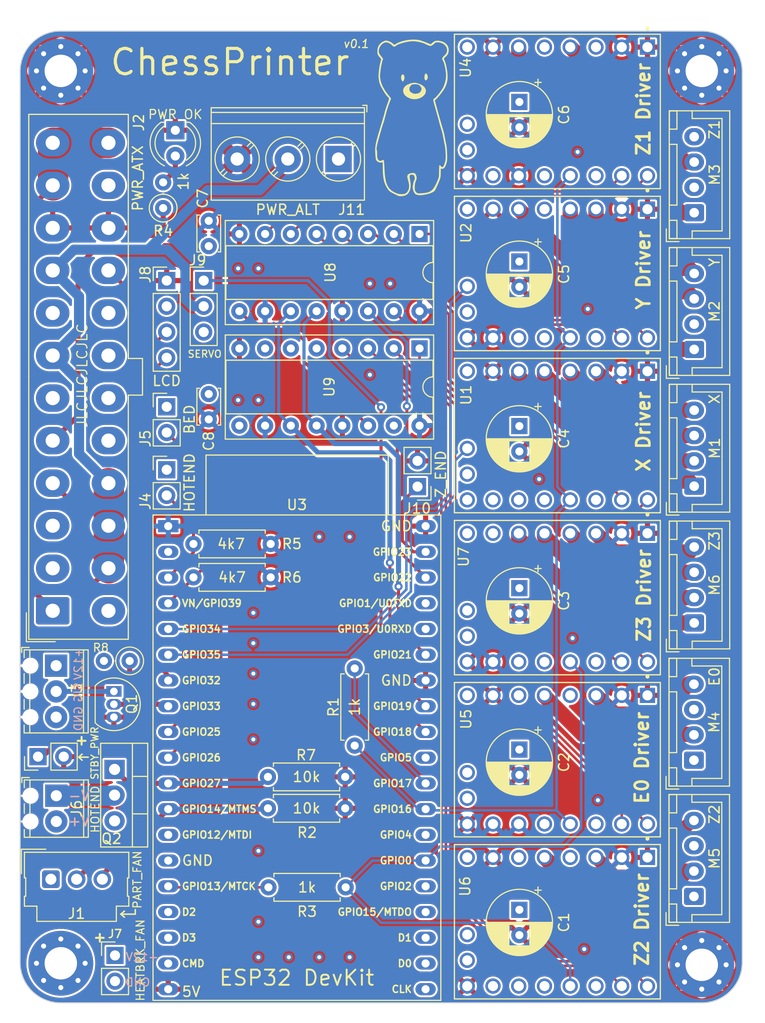
<source format=kicad_pcb>
(kicad_pcb (version 20230517) (generator pcbnew)
  (layers (0 "F.Cu" signal) (1 "In1.Cu" power) (2 "In2.Cu" power) (31 "B.Cu" signal) (34 "B.Paste" user) (35 "F.Paste" user) (36 "B.SilkS" user "B.Silkscreen") (37 "F.SilkS" user "F.Silkscreen") (38 "B.Mask" user) (39 "F.Mask" user) (44 "Edge.Cuts" user))
  (net 0 "")
  (net 1 "GND")
  (net 2 "+3V3")
  (net 3 "/FAN_0")
  (net 4 "Net-(M1--)")
  (net 5 "Net-(U1-B1)")
  (net 6 "Net-(U1-B2)")
  (net 7 "Net-(M2--)")
  (net 8 "Net-(U2-B1)")
  (net 9 "Net-(U2-B2)")
  (net 10 "Net-(D2-A)")
  (net 11 "Net-(U3-GPIO17)")
  (net 12 "/DRIVER_UART_1")
  (net 15 "Net-(U6-A2)")
  (net 17 "/X_STEP")
  (net 18 "/X_DIR")
  (net 19 "+12V")
  (net 20 "/X_MIN")
  (net 22 "Net-(M5--)")
  (net 24 "/Y_STEP")
  (net 25 "/Y_DIR")
  (net 26 "/Y_MIN")
  (net 28 "Net-(U6-B1)")
  (net 29 "Net-(U6-B2)")
  (net 30 "Net-(U7-A2)")
  (net 31 "Net-(M6--)")
  (net 32 "Net-(U7-B1)")
  (net 39 "Net-(U1-A2)")
  (net 40 "Net-(U2-A2)")
  (net 41 "Net-(U4-A2)")
  (net 42 "Net-(M3--)")
  (net 43 "Net-(U4-B1)")
  (net 44 "Net-(U4-B2)")
  (net 45 "Net-(U7-B2)")
  (net 47 "/Z_STEP")
  (net 48 "/Z_DIR")
  (net 49 "/DRIVER_UART_2")
  (net 50 "/PS_ON")
  (net 51 "+5VP")
  (net 52 "/Power/PWR_OK")
  (net 53 "Net-(J2-+3.3V-Pad1)")
  (net 54 "+5V")
  (net 55 "Net-(J2-+5VSB)")
  (net 56 "Net-(U5-A2)")
  (net 57 "Net-(M4--)")
  (net 58 "Net-(U5-B1)")
  (net 59 "Net-(U5-B2)")
  (net 60 "/E_STEP")
  (net 61 "/E_DIR")
  (net 62 "Net-(U3-MTCK{slash}GPIO13{slash}ADC2_CH4)")
  (net 65 "/Z2_DIR")
  (net 67 "/Z2_STEP")
  (net 80 "/Z3_STEP")
  (net 81 "/Z3_DIR")
  (net 90 "/TEMP_BED")
  (net 91 "/TEMP_HOTEND")
  (net 92 "Net-(J6-Pin_1)")
  (net 93 "/HOTEND_H")
  (net 94 "/I2S_BCK")
  (net 95 "/I2S_WCK")
  (net 96 "/I2S_DIN")
  (net 97 "Net-(U8-QH')")
  (net 108 "Net-(J3-Pin_2)")
  (net 109 "/BED_H")
  (net 110 "/SCL")
  (net 111 "/SDA")
  (net 112 "/SERVO")
  (net 113 "/Z_MIN")
  (net 114 "/Motion/Z_DIAG")
  (net 115 "/Motion/E_DIAG")
  (net 116 "/Motion/Z2_DIAG")
  (net 117 "/Motion/Z3_DIAG")
  (footprint "Connector_JST:JST_XH_B4B-XH-A_1x04_P2.50mm_Vertical" (layer "F.Cu") (at 176.975 140 90)
    (fp_text reference "M5")
    (fp_text value "Z2")
  )
  (footprint "Connector_PinHeader_2.54mm:PinHeader_1x03_P2.54mm_Vertical" (layer "F.Cu") (at 128.6 79.2)
    (fp_text reference "J9")
    (fp_text value "SERVO")
  )
  (footprint "Connector_PinHeader_2.54mm:PinHeader_1x02_P2.54mm_Vertical" (layer "F.Cu") (at 149.7 99.54 180)
    (fp_text reference "J10")
    (fp_text value "Z_END")
  )
  (footprint "MountingHole:MountingHole_3.2mm_M3_Pad_Via" (layer "F.Cu") (at 177.75 58.5)
    (fp_text reference "H2" hide)
    (fp_text value "MountingHole_Pad" hide)
  )
  (footprint "TerminalBlock_Phoenix:TerminalBlock_Phoenix_MPT-0,5-3-2.54_1x03_P2.54mm_Horizontal" (layer "F.Cu") (at 114.04 117.22 -90)
    (fp_text reference "J3")
    (fp_text value "HEATBED")
  )
  (footprint "Resistor_THT:R_Axial_DIN0207_L6.3mm_D2.5mm_P2.54mm_Vertical" (layer "F.Cu") (at 121.295 116.75 180)
    (fp_text reference "R8")
    (fp_text value "10K")
  )
  (footprint "Resistor_THT:R_Axial_DIN0207_L6.3mm_D2.5mm_P7.62mm_Horizontal" (layer "F.Cu") (at 134.94 128.2)
    (fp_text reference "R7")
    (fp_text value "10k")
  )
  (footprint "Motor_Trinamic:MODULE_TMC2209_SILENTSTEPSTICK" (layer "F.Cu") (at 163.5 94.5 -90)
    (fp_text reference "U1")
    (fp_text value "~" hide)
  )
  (footprint "Connector_PinHeader_2.54mm:PinHeader_1x02_P2.54mm_Vertical" (layer "F.Cu") (at 112.25 126.2 90)
    (fp_text reference "JP2" hide)
    (fp_text value "STBY_PWR")
  )
  (footprint "Capacitor_THT:CP_Radial_D6.3mm_P2.50mm" (layer "F.Cu") (at 159.75 61.567621 -90)
    (fp_text reference "C6")
    (fp_text value "100uF")
  )
  (footprint "TerminalBlock_Phoenix:TerminalBlock_Phoenix_MPT-0,5-2-2.54_1x02_P2.54mm_Horizontal" (layer "F.Cu") (at 114.055 130.06 -90)
    (fp_text reference "J6" hide)
    (fp_text value "HOTEND")
  )
  (footprint "Resistor_THT:R_Axial_DIN0207_L6.3mm_D2.5mm_P7.62mm_Horizontal" (layer "F.Cu") (at 135.21 105.2 180)
    (fp_text reference "R5")
    (fp_text value "4k7")
  )
  (footprint "Espressif:ESP32-DevKitC" (layer "F.Cu") (at 125.1 103.44)
    (fp_text reference "U3")
    (fp_text value "ESP32 DevKit")
  )
  (footprint "Connector_PinHeader_2.54mm:PinHeader_1x02_P2.54mm_Vertical" (layer "F.Cu") (at 124.95 97.875)
    (fp_text reference "J4")
    (fp_text value "HOTEND")
  )
  (footprint "Connector_JST:JST_XH_B4B-XH-A_1x04_P2.50mm_Vertical" (layer "F.Cu") (at 176.975 126.55 90)
    (fp_text reference "M4")
    (fp_text value "E0")
  )
  (footprint "MountingHole:MountingHole_3.2mm_M3_Pad_Via" (layer "F.Cu") (at 177.75 146.75)
    (fp_text reference "H4" hide)
    (fp_text value "MountingHole_Pad" hide)
  )
  (footprint "Connector_Molex:Molex_SL_171971-0003_1x03_P2.54mm_Vertical" (layer "F.Cu") (at 113.52 138.3)
    (fp_text reference "J1")
    (fp_text value "PART_FAN")
  )
  (footprint "Capacitor_THT:CP_Radial_D6.3mm_P2.50mm" (layer "F.Cu") (at 159.75 141.317621 -90)
    (fp_text reference "C1")
    (fp_text value "100uF")
  )
  (footprint "NUSH:Burden_Bear_40" (layer "F.Cu") (at 145.47149 55.376204)
    (fp_text reference "REF**" hide)
    (fp_text value "Burden_Bear_40" hide)
  )
  (footprint "Motor_Trinamic:MODULE_TMC2209_SILENTSTEPSTICK" (layer "F.Cu") (at 163.5 78.5 -90)
    (fp_text reference "U2")
    (fp_text value "~" hide)
  )
  (footprint "Motor_Trinamic:MODULE_TMC2209_SILENTSTEPSTICK" (layer "F.Cu") (at 163.5 142.5 -90)
    (fp_text reference "U6")
    (fp_text value "~" hide)
  )
  (footprint "Resistor_THT:R_Axial_DIN0207_L6.3mm_D2.5mm_P7.62mm_Horizontal" (layer "F.Cu") (at 135.21 108.5 180)
    (fp_text reference "R6")
    (fp_text value "4k7")
  )
  (footprint "Package_DIP:DIP-16_W7.62mm_Socket" (layer "F.Cu") (at 149.9 74.6 -90)
    (fp_text reference "U8")
    (fp_text value "74HC595")
  )
  (footprint "Motor_Trinamic:MODULE_TMC2209_SILENTSTEPSTICK" (layer "F.Cu") (at 163.5 110.5 -90)
    (fp_text reference "U7")
    (fp_text value "~" hide)
  )
  (footprint "Connector_JST:JST_XH_B4B-XH-A_1x04_P2.50mm_Vertical" (layer "F.Cu") (at 177 113 90)
    (fp_text reference "M6")
    (fp_text value "Z3")
  )
  (footprint "LED_THT:LED_D4.0mm" (layer "F.Cu") (at 125.8 64.36 -90)
    (fp_text reference "D2" hide)
    (fp_text value "PWR OK")
  )
  (footprint "Resistor_THT:R_Axial_DIN0207_L6.3mm_D2.5mm_P7.62mm_Horizontal" (layer "F.Cu") (at 143.5 117.49 -90)
    (fp_text reference "R1")
    (fp_text value "1k")
  )
  (footprint "Package_TO_SOT_THT:TO-92_Inline" (layer "F.Cu") (at 119.74 119.76 -90)
    (fp_text reference "Q1")
    (fp_text value "2N3904")
  )
  (footprint "Capacitor_THT:C_Disc_D3.4mm_W2.1mm_P2.50mm" (layer "F.Cu") (at 129.1 73.3 -90)
    (fp_text reference "C7")
    (fp_text value "0.1uF")
  )
  (footprint "Motor_Trinamic:MODULE_TMC2209_SILENTSTEPSTICK" (layer "F.Cu") (at 163.5 62.5 -90)
    (fp_text reference "U4")
    (fp_text value "~" hide)
  )
  (footprint "Capacitor_THT:CP_Radial_D6.3mm_P2.50mm" (layer "F.Cu") (at 159.75 93.567621 -90)
    (fp_text reference "C4")
    (fp_text value "100uF")
  )
  (footprint "Resistor_THT:R_Axial_DIN0207_L6.3mm_D2.5mm_P7.62mm_Horizontal" (layer "F.Cu") (at 134.99 139.1)
    (fp_text reference "R3")
    (fp_text value "1k")
  )
  (footprint "Connector_PinHeader_2.54mm:PinHeader_1x02_P2.54mm_Vertical" (layer "F.Cu") (at 119.85 145.825)
    (fp_text reference "J7")
    (fp_text value "HEATBRK_FAN")
  )
  (footprint "Connector_Molex:Molex_Mini-Fit_Jr_ATX24" (layer "F.Cu") (at 110.94 115.055 90)
    (fp_text reference "J2")
    (fp_text value "PWR_ATX")
  )
  (footprint "Connector_JST:JST_XH_B4B-XH-A_1x04_P2.50mm_Vertical" (layer "F.Cu") (at 177 86 90)
    (fp_text reference "M2")
    (fp_text value "Y")
  )
  (footprint "Package_DIP:DIP-16_W7.62mm_Socket" (layer "F.Cu") (at 149.9 85.9 -90)
    (fp_text reference "U9")
    (fp_text value "74HC595")
  )
  (footprint "Capacitor_THT:CP_Radial_D6.3mm_P2.50mm" (layer "F.Cu") (at 159.75 109.567621 -90)
    (fp_text reference "C3")
    (fp_text value "100uF")
  )
  (footprint "Capacitor_THT:CP_Radial_D6.3mm_P2.50mm" (layer "F.Cu") (at 159.75 77.317621 -90)
    (fp_text reference "C5")
    (fp_text value "100uF")
  )
  (footprint "Connector_PinHeader_2.54mm:PinHeader_1x04_P2.54mm_Vertical" (layer "F.Cu") (at 124.95 79.2)
    (fp_text reference "J8")
    (fp_text value "LCD")
  )
  (footprint "Capacitor_THT:CP_Radial_D6.3mm_P2.50mm" (layer "F.Cu") (at 159.75 125.5 -90)
    (fp_text reference "C2")
    (fp_text value "100uF")
  )
  (footprint "Connector_PinHeader_2.54mm:PinHeader_1x02_P2.54mm_Vertical" (layer "F.Cu") (at 124.95 91.66)
    (fp_text reference "J5")
    (fp_text value "BED")
  )
  (footprint "Motor_Trinamic:MODULE_TMC2209_SILENTSTEPSTICK" (layer "F.Cu") (at 163.5 126.5 -90)
    (fp_text reference "U5")
    (fp_text value "~" hide)
  )
  (footprint "MountingHole:MountingHole_3.2mm_M3_Pad_Via" (layer "F.Cu") (at 114.5 58.5)
    (fp_text reference "H1" hide)
    (fp_text value "MountingHole_Pad" hide)
  )
  (footprint "Capacitor_THT:C_Disc_D3.4mm_W2.1mm_P2.50mm" (layer "F.Cu") (at 129.1 92.9 90)
    (fp_text reference "C8")
    (fp_text value "0.1uF")
  )
  (footprint "Connector_JST:JST_XH_B4B-XH-A_1x04_P2.50mm_Vertical" (layer "F.Cu") (at 177 72.5 90)
    (fp_text reference "M3")
    (fp_text value "Z1")
  )
  (footprint "TerminalBlock_Phoenix:TerminalBlock_Phoenix_PT-1,5-3-5.0-H_1x03_P5.00mm_Horizontal" (layer "F.Cu") (at 141.9 67.2 180)
    (fp_text reference "J11")
    (fp_text value "PWR_ALT")
  )
  (footprint "Connector_JST:JST_XH_B4B-XH-A_1x04_P2.50mm_Vertical" (layer "F.Cu") (at 177 99.5 90)
    (fp_text reference "M1")
    (fp_text value "X")
  )
  (footprint "Package_TO_SOT_THT:TO-220-3_Vertical" (layer "F.Cu") (at 119.805 127.46 -90)
    (fp_text reference "Q2")
    (fp_text value "IRLZ44N")
  )
  (footprint "MountingHole:MountingHole_3.2mm_M3_Pad_Via" (layer "F.Cu") (at 114.5 146.6)
    (fp_text reference "H3" hide)
    (fp_text value "MountingHole_Pad" hide)
  )
  (footprint "Resistor_THT:R_Axial_DIN0207_L6.3mm_D2.5mm_P7.62mm_Horizontal" (layer "F.Cu") (at 134.94 131.3)
    (fp_text reference "R2")
    (fp_text value "10k")
  )
  (footprint "Resistor_THT:R_Axial_DIN0207_L6.3mm_D2.5mm_P2.54mm_Vertical" (layer "F.Cu") (at 124.6 72.045 90)
    (fp_text reference "R4")
    (fp_text value "1k")
  )
  (gr_line (start 116.6 126.55) (end 116.275 126.25) (stroke (width 0.15)) (layer "F.SilkS"))
  (gr_line (start 121.85 141.3) (end 121.85 141.75) (stroke (width 0.15)) (layer "F.SilkS"))
  (gr_line (start 120.425 141.75) (end 120.775 141.45) (stroke (width 0.15)) (layer "F.SilkS"))
  (gr_line (start 116.275 126.25) (end 116.6 125.95) (stroke (width 0.15)) (layer "F.SilkS"))
  (gr_line (start 121.85 141.75) (end 120.425 141.75) (stroke (width 0.15)) (layer "F.SilkS"))
  (gr_line (start 120.775 142.05) (end 120.425 141.75) (stroke (width 0.15)) (layer "F.SilkS"))
  (gr_line (start 117.2 126.25) (end 116.275 126.25) (stroke (width 0.15)) (layer "F.SilkS"))
  (gr_arc (start 177.75 54.56) (mid 180.578427 55.731573) (end 181.75 58.56) (stroke (width 0.1)) (layer "Edge.Cuts"))
  (gr_arc (start 181.75 146.51) (mid 180.578427 149.338427) (end 177.75 150.51) (stroke (width 0.1)) (layer "Edge.Cuts"))
  (gr_line (start 110.48 146.51) (end 110.48 58.56) (stroke (width 0.1)) (layer "Edge.Cuts"))
  (gr_arc (start 110.48 58.56) (mid 111.651573 55.731573) (end 114.48 54.56) (stroke (width 0.1)) (layer "Edge.Cuts"))
  (gr_line (start 177.75 150.51) (end 114.48 150.51) (stroke (width 0.1)) (layer "Edge.Cuts"))
  (gr_line (start 181.75 58.56) (end 181.75 146.51) (stroke (width 0.1)) (layer "Edge.Cuts"))
  (gr_line (start 114.48 54.56) (end 177.75 54.56) (stroke (width 0.1)) (layer "Edge.Cuts"))
  (gr_arc (start 114.48 150.51) (mid 111.651573 149.338427) (end 110.48 146.51) (stroke (width 0.1)) (layer "Edge.Cuts"))
  (gr_text "A chess bot, but on steroids" (at 119.5 61.1) (layer "F.Cu") (effects (font (size 1.2 1.2) (thickness 0.15) italic) (justify left bottom)))
  (gr_text "GND" (at 123.4 148.95) (layer "B.SilkS") (effects (font (size 0.8 0.8) (thickness 0.12)) (justify left bottom mirror)))
  (gr_text "SIG" (at 116.7 118.8 90) (layer "B.SilkS") (effects (font (size 0.8 0.8) (thickness 0.12)) (justify left bottom mirror)))
  (gr_text "+12V" (at 124.2 146.45) (layer "B.SilkS") (effects (font (size 0.8 0.8) (thickness 0.12)) (justify left bottom mirror)))
  (gr_text "V-" (at 117.45 130.65) (layer "B.SilkS") (effects (font (size 1 1)) (justify left bottom mirror)))
  (gr_text "+12V" (at 116.7 115.35 90) (layer "B.SilkS") (effects (font (size 0.8 0.8) (thickness 0.12)) (justify left bottom mirror)))
  (gr_text "GND" (at 116.7 121.15 90) (layer "B.SilkS") (effects (font (size 0.8 0.8) (thickness 0.12)) (justify left bottom mirror)))
  (gr_text "V+" (at 117.45 133.15) (layer "B.SilkS") (effects (font (size 1 1)) (justify left bottom mirror)))
  (gr_text "ChessPrinter" (at 119.2 59.1) (layer "F.SilkS") (effects (font (size 2.5 2.5) (thickness 0.3125)) (justify left bottom)))
  (gr_text "v0.1" (at 142.3 56.3) (layer "F.SilkS") (effects (font (size 0.8 0.8) (thickness 0.125) italic) (justify left bottom)))
  (gr_text "Z1 Driver" (at 172.75 67 90) (layer "F.SilkS") (effects (font (size 1.3 1.3) (thickness 0.26) bold) (justify left bottom)))
  (gr_text "JLCJLCJLCJLC" (at 117.2 93.8 90) (layer "F.SilkS") (effects (font (size 1 1) (thickness 0.125)) (justify left bottom)))
  (gr_text "+" (at 115.8 125.15) (layer "F.SilkS") (effects (font (size 1 1) (thickness 0.2) bold) (justify left bottom)))
  (gr_text "Z3 Driver" (at 172.8 115 90) (layer "F.SilkS") (effects (font (size 1.3 1.3) (thickness 0.26) bold) (justify left bottom)))
  (gr_text "+" (at 117.6 144.6) (layer "F.SilkS") (effects (font (size 1 1) (thickness 0.2) bold) (justify left bottom)))
  (gr_text "Y Driver" (at 172.75 82.2 90) (layer "F.SilkS") (effects (font (size 1.3 1.3) (thickness 0.26) bold) (justify left bottom)))
  (gr_text "X Driver" (at 172.75 98.2 90) (layer "F.SilkS") (effects (font (size 1.3 1.3) (thickness 0.26) bold) (justify left bottom)))
  (gr_text "Z2 Driver" (at 172.6 147 90) (layer "F.SilkS") (effects (font (size 1.3 1.3) (thickness 0.26) bold) (justify left bottom)))
  (gr_text "E0 Driver" (at 172.6 131 90) (layer "F.SilkS") (effects (font (size 1.3 1.3) (thickness 0.26) bold) (justify left bottom)))
  (via (at 165.5 66.5) (size 0.8) (drill 0.4) (layers "F.Cu" "B.Cu") (net 1))
  (via (at 134 142.5) (size 0.8) (drill 0.4) (layers "F.Cu" "B.Cu") (net 1))
  (via (at 133.5 124.5) (size 0.8) (drill 0.4) (layers "F.Cu" "B.Cu") (net 1))
  (via (at 134 135.5) (size 0.8) (drill 0.4) (layers "F.Cu" "B.Cu") (net 1))
  (via (at 166.15 145.2) (size 0.8) (drill 0.4) (layers "F.Cu" "B.Cu") (net 1))
  (via (at 133.5 118) (size 0.8) (drill 0.4) (layers "F.Cu" "B.Cu") (net 1))
  (via (at 147 79.5) (size 0.8) (drill 0.4) (layers "F.Cu" "B.Cu") (net 1))
  (via (at 137 146) (size 0.8) (drill 0.4) (layers "F.Cu" "B.Cu") (net 1))
  (via (at 134 91) (size 0.8) (drill 0.4) (layers "F.Cu" "B.Cu") (net 1))
  (via (at 134 78) (size 0.8) (drill 0.4) (layers "F.Cu" "B.Cu") (net 1))
  (via (at 132 91) (size 0.8) (drill 0.4) (layers "F.Cu" "B.Cu") (net 1))
  (via (at 140 104.5) (size 0.8) (drill 0.4) (layers "F.Cu" "B.Cu") (net 1))
  (via (at 143 146) (size 0.8) (drill 0.4) (layers "F.Cu" "B.Cu") (net 1))
  (via (at 161.7 98.8) (size 0.8) (drill 0.4) (layers "F.Cu" "B.Cu") (net 1))
  (via (at 167.5 130.5) (size 0.8) (drill 0.4) (layers "F.Cu" "B.Cu") (net 1))
  (via (at 166.5 82) (size 0.8) (drill 0.4) (layers "F.Cu" "B.Cu") (net 1))
  (via (at 133.5 112) (size 0.8) (drill 0.4) (layers "F.Cu" "B.Cu") (net 1))
  (via (at 165 114.5) (size 0.8) (drill 0.4) (layers "F.Cu" "B.Cu") (net 1))
  (via (at 132 78) (size 0.8) (drill 0.4) (layers "F.Cu" "B.Cu") (net 1))
  (via (at 145 79.5) (size 0.8) (drill 0.4) (layers "F.Cu" "B.Cu") (net 1))
  (via (at 143 104.5) (size 0.8) (drill 0.4) (layers "F.Cu" "B.Cu") (net 1))
  (via (at 133.5 121) (size 0.8) (drill 0.4) (layers "F.Cu" "B.Cu") (net 1))
  (via (at 133.5 115) (size 0.8) (drill 0.4) (layers "F.Cu" "B.Cu") (net 1))
  (via (at 145 88.5) (size 0.8) (drill 0.4) (layers "F.Cu" "B.Cu") (net 1))
  (via (at 140 146) (size 0.8) (drill 0.4) (layers "F.Cu" "B.Cu") (net 1))
  (via (at 134 146) (size 0.8) (drill 0.4) (layers "F.Cu" "B.Cu") (net 1))
  (segment (start 118.6 137.88) (end 125.1 131.38) (width 0.5) (layer "F.Cu") (net 3))
  (segment (start 118.6 138.3) (end 118.6 137.88) (width 0.5) (layer "F.Cu") (net 3))
  (segment (start 134.86 131.38) (end 125.34 131.38) (width 0.5) (layer "B.Cu") (net 3))
  (segment (start 162.23 88.48) (end 162.23 88.15) (width 1.5) (layer "F.Cu") (net 4))
  (segment (start 170.75 97) (end 162.23 88.48) (width 1.5) (layer "F.Cu") (net 4))
  (segment (start 177 97) (end 170.75 97) (width 1.5) (layer "F.Cu") (net 4))
  (segment (start 164.77 88.32) (end 170.95 94.5) (width 1.5) (layer "F.Cu") (net 5))
  (segment (start 170.95 94.5) (end 177 94.5) (width 1.5) (layer "F.Cu") (net 5))
  (segment (start 164.77 88.15) (end 164.77 88.32) (width 1.5) (layer "F.Cu") (net 5))
  (segment (start 177 92) (end 171.16 92) (width 1.5) (layer "F.Cu") (net 6))
  (segment (start 171.16 92) (end 167.31 88.15) (width 1.5) (layer "F.Cu") (net 6))
  (segment (start 164.77 72.15) (end 164.77 73.27) (width 1.5) (layer "F.Cu") (net 8))
  (segment (start 164.77 73.27) (end 171.8 80.3) (width 1.5) (layer "F.Cu") (net 8))
  (segment (start 171.8 80.3) (end 176.3 80.3) (width 1.5) (layer "F.Cu") (net 8))
  (segment (start 176.3 80.3) (end 177 81) (width 1.5) (layer "F.Cu") (net 8))
  (segment (start 177 78.5) (end 176.5 78) (width 1.5) (layer "F.Cu") (net 9))
  (segment (start 176.5 78) (end 172.4 78) (width 1.5) (layer "F.Cu") (net 9))
  (segment (start 167.31 72.91) (end 167.31 72.15) (width 1.5) (layer "F.Cu") (net 9))
  (segment (start 172.4 78) (end 167.31 72.91) (width 1.5) (layer "F.Cu") (net 9))
  (segment (start 125.8 68.305) (end 125.8 66.9) (width 0.5) (layer "F.Cu") (net 10))
  (segment (start 124.6 69.505) (end 125.8 68.305) (width 0.5) (layer "F.Cu") (net 10))
  (segment (start 150.5 128.84) (end 143.5 121.84) (width 0.25) (layer "B.Cu") (net 11))
  (segment (start 143.5 121.84) (end 143.5 117.19) (width 0.25) (layer "B.Cu") (net 11))
  (segment (start 149.77 131.38) (end 143.5 125.11) (width 0.25) (layer "B.Cu") (net 12))
  (segment (start 150.62 131.5) (end 150.5 131.38) (width 0.25) (layer "B.Cu") (net 12))
  (segment (start 164.77 132.85) (end 163.42 131.5) (width 0.25) (layer "B.Cu") (net 12))
  (segment (start 150.5 131.38) (end 149.77 131.38) (width 0.25) (layer "B.Cu") (net 12))
  (segment (start 163.5 70.12) (end 164.77 68.85) (width 0.25) (layer "B.Cu") (net 12))
  (segment (start 163.5 86.12) (end 164.77 84.85) (width 0.25) (layer "B.Cu") (net 12))
  (segment (start 163.5 83.58) (end 163.5 70.12) (width 0.25) (layer "B.Cu") (net 12))
  (segment (start 163.5 99.58) (end 163.5 86.12) (width 0.25) (layer "B.Cu") (net 12))
  (segment (start 164.77 84.85) (end 163.5 83.58) (width 0.25) (layer "B.Cu") (net 12))
  (segment (start 164.77 100.85) (end 163.5 99.58) (width 0.25) (layer "B.Cu") (net 12))
  (segment (start 163.42 131.5) (end 150.62 131.5) (width 0.25) (layer "B.Cu") (net 12))
  (segment (start 163.42 131.5) (end 163.42 102.2) (width 0.25) (layer "B.Cu") (net 12))
  (segment (start 163.42 102.2) (end 164.77 100.85) (width 0.25) (layer "B.Cu") (net 12))
  (segment (start 160.9 91.7) (end 156.2 91.7) (width 0.25) (layer "F.Cu") (net 17))
  (segment (start 156.2 91.7) (end 153.25 88.75) (width 0.25) (layer "F.Cu") (net 17))
  (segment (start 145.5 74.6) (end 144.82 74.6) (width 0.25) (layer "F.Cu") (net 17))
  (segment (start 169.85 100.85) (end 169.85 100.65) (width 0.25) (layer "F.Cu") (net 17))
  (segment (start 153.25 82.35) (end 145.5 74.6) (width 0.25) (layer "F.Cu") (net 17))
  (segment (start 169.85 100.65) (end 160.9 91.7) (width 0.25) (layer "F.Cu") (net 17))
  (segment (start 153.25 88.75) (end 153.25 82.35) (width 0.25) (layer "F.Cu") (net 17))
  (segment (start 152.8 88.936396) (end 156.013604 92.15) (width 0.25) (layer "F.Cu") (net 18))
  (segment (start 143.58 75.9) (end 146.163604 75.9) (width 0.25) (layer "F.Cu") (net 18))
  (segment (start 146.163604 75.9) (end 152.8 82.536396) (width 0.25) (layer "F.Cu") (net 18))
  (segment (start 152.8 82.536396) (end 152.8 88.936396) (width 0.25) (layer "F.Cu") (net 18))
  (segment (start 169.25 102.05) (end 171.19 102.05) (width 0.25) (layer "F.Cu") (net 18))
  (segment (start 142.28 74.6) (end 143.58 75.9) (width 0.25) (layer "F.Cu") (net 18))
  (segment (start 171.19 102.05) (end 172.39 100.85) (width 0.25) (layer "F.Cu") (net 18))
  (segment (start 156.013604 92.15) (end 160.713604 92.15) (width 0.25) (layer "F.Cu") (net 18))
  (segment (start 168.6 101.4) (end 169.25 102.05) (width 0.25) (layer "F.Cu") (net 18))
  (segment (start 168.6 100.036396) (end 168.6 101.4) (width 0.25) (layer "F.Cu") (net 18))
  (segment (start 160.713604 92.15) (end 168.6 100.036396) (width 0.25) (layer "F.Cu") (net 18))
  (segment (start 149.586396 102.15) (end 151.615 102.15) (width 0.25) (layer "B.Cu") (net 20))
  (segment (start 153.4 100.365) (end 153.4 96.98) (width 0.25) (layer "B.Cu") (net 20))
  (segment (start 153.4 96.98) (end 154.61 95.77) (width 0.25) (layer "B.Cu") (net 20))
  (segment (start 149.05 109.886396) (end 149.05 102.686396) (width 0.25) (layer "B.Cu") (net 20))
  (segment (start 149.05 102.686396) (end 149.586396 102.15) (width 0.25) (layer "B.Cu") (net 20))
  (segment (start 125.1 116.14) (end 142.796396 116.14) (width 0.25) (layer "B.Cu") (net 20))
  (segment (start 142.796396 116.14) (end 149.05 109.886396) (width 0.25) (layer "B.Cu") (net 20))
  (segment (start 151.615 102.15) (end 153.4 100.365) (width 0.25) (layer "B.Cu") (net 20))
  (segment (start 173.762742 140) (end 166.08 140) (width 1.5) (layer "F.Cu") (net 22))
  (segment (start 176.262742 137.5) (end 173.762742 140) (width 1.5) (layer "F.Cu") (net 22))
  (segment (start 176.975 137.5) (end 176.262742 137.5) (width 1.5) (layer "F.Cu") (net 22))
  (segment (start 166.08 140) (end 162.23 136.15) (width 1.5) (layer "F.Cu") (net 22))
  (segment (start 168.55 83.55) (end 160.65 83.55) (width 0.25) (layer "F.Cu") (net 24))
  (segment (start 148.76 76) (end 147.36 74.6) (width 0.25) (layer "F.Cu") (net 24))
  (segment (start 160.65 83.55) (end 153.1 76) (width 0.25) (layer "F.Cu") (net 24))
  (segment (start 169.85 84.85) (end 168.55 83.55) (width 0.25) (layer "F.Cu") (net 24))
  (segment (start 153.1 76) (end 148.76 76) (width 0.25) (layer "F.Cu") (net 24))
  (segment (start 160.836396 83.1) (end 168.736396 83.1) (width 0.25) (layer "F.Cu") (net 25))
  (segment (start 152.336396 74.6) (end 160.836396 83.1) (width 0.25) (layer "F.Cu") (net 25))
  (segment (start 171.04 83.5) (end 172.39 84.85) (width 0.25) (layer "F.Cu") (net 25))
  (segment (start 168.736396 83.1) (end 169.136396 83.5) (width 0.25) (layer "F.Cu") (net 25))
  (segment (start 169.136396 83.5) (end 171.04 83.5) (width 0.25) (layer "F.Cu") (net 25))
  (segment (start 149.9 74.6) (end 152.336396 74.6) (width 0.25) (layer "F.Cu") (net 25))
  (segment (start 151.428604 101.7) (end 149.4 101.7) (width 0.25) (layer "B.Cu") (net 26))
  (segment (start 149.4 101.7) (end 148.6 102.5) (width 0.25) (layer "B.Cu") (net 26))
  (segment (start 154.61 79.77) (end 152.95 81.43) (width 0.25) (layer "B.Cu") (net 26))
  (segment (start 144.7 113.6) (end 125.1 113.6) (width 0.25) (layer "B.Cu") (net 26))
  (segment (start 148.6 109.7) (end 144.7 113.6) (width 0.25) (layer "B.Cu") (net 26))
  (segment (start 148.6 102.5) (end 148.6 109.7) (width 0.25) (layer "B.Cu") (net 26))
  (segment (start 152.95 100.178604) (end 151.428604 101.7) (width 0.25) (layer "B.Cu") (net 26))
  (segment (start 152.95 81.43) (end 152.95 100.178604) (width 0.25) (layer "B.Cu") (net 26))
  (segment (start 176.975 132.5) (end 176.804416 132.5) (width 1.5) (layer "F.Cu") (net 29))
  (segment (start 174.25 137.25) (end 173.5 138) (width 1.3) (layer "F.Cu") (net 29))
  (segment (start 169.16 138) (end 167.31 136.15) (width 1.3) (layer "F.Cu") (net 29))
  (segment (start 173.5 138) (end 169.16 138) (width 1.3) (layer "F.Cu") (net 29))
  (segment (start 174.25 135.054416) (end 174.25 137.25) (width 1.3) (layer "F.Cu") (net 29))
  (segment (start 176.804416 132.5) (end 174.25 135.054416) (width 1.3) (layer "F.Cu") (net 29))
  (segment (start 177 113) (end 168 113) (width 1.5) (layer "F.Cu") (net 30))
  (segment (start 159.69 104.69) (end 159.69 104.15) (width 1.5) (layer "F.Cu") (net 30))
  (segment (start 168 113) (end 159.69 104.69) (width 1.5) (layer "F.Cu") (net 30))
  (segment (start 168.29 110.5) (end 177 110.5) (width 1.5) (layer "F.Cu") (net 31))
  (segment (start 162.23 104.15) (end 162.23 104.44) (width 1.5) (layer "F.Cu") (net 31))
  (segment (start 162.23 104.44) (end 168.29 110.5) (width 1.5) (layer "F.Cu") (net 31))
  (segment (start 168.56 108) (end 164.77 104.21) (width 1.5) (layer "F.Cu") (net 32))
  (segment (start 164.77 104.21) (end 164.77 104.15) (width 1.5) (layer "F.Cu") (net 32))
  (segment (start 177 108) (end 168.56 108) (width 1.5) (layer "F.Cu") (net 32))
  (segment (start 176.5 99) (end 177 99.5) (width 1.5) (layer "F.Cu") (net 39))
  (segment (start 159.69 88.15) (end 159.69 88.69) (width 1.5) (layer "F.Cu") (net 39))
  (segment (start 170 99) (end 176.5 99) (width 1.5) (layer "F.Cu") (net 39))
  (segment (start 159.69 88.69) (end 170 99) (width 1.5) (layer "F.Cu") (net 39))
  (segment (start 174.5 85) (end 175.5 86) (width 1.5) (layer "F.Cu") (net 40))
  (segment (start 159.69 72.15) (end 169.74 82.2) (width 1.5) (layer "F.Cu") (net 40))
  (segment (start 175.5 86) (end 177 86) (width 1.5) (layer "F.Cu") (net 40))
  (segment (start 173.2 82.2) (end 174.5 83.5) (width 1.5) (layer "F.Cu") (net 40))
  (segment (start 174.5 83.5) (end 174.5 85) (width 1.5) (layer "F.Cu") (net 40))
  (segment (start 169.74 82.2) (end 173.2 82.2) (width 1.5) (layer "F.Cu") (net 40))
  (segment (start 174.4 68.2) (end 174.4 71.2) (width 1.5) (layer "F.Cu") (net 41))
  (segment (start 159.69 57.315) (end 169.375 67) (width 1.5) (layer "F.Cu") (net 41))
  (segment (start 169.375 67) (end 173.2 67) (width 1.5) (layer "F.Cu") (net 41))
  (segment (start 174.4 71.2) (end 175.7 72.5) (width 1.5) (layer "F.Cu") (net 41))
  (segment (start 175.7 72.5) (end 177 72.5) (width 1.5) (layer "F.Cu") (net 41))
  (segment (start 159.69 56.15) (end 159.69 57.315) (width 1.5) (layer "F.Cu") (net 41))
  (segment (start 173.2 67) (end 174.4 68.2) (width 1.5) (layer "F.Cu") (net 41))
  (segment (start 176.12 67.5) (end 177 67.5) (width 1.5) (layer "F.Cu") (net 43))
  (segment (start 164.77 56.15) (end 176.12 67.5) (width 1.5) (layer "F.Cu") (net 43))
  (segment (start 167.31 104.15) (end 169.16 106) (width 1.5) (layer "F.Cu") (net 45))
  (segment (start 176.5 106) (end 177 105.5) (width 1.5) (layer "F.Cu") (net 45))
  (segment (start 169.16 106) (end 176.5 106) (width 1.5) (layer "F.Cu") (net 45))
  (segment (start 134.66 74.6) (end 137.21 72.05) (width 0.25) (layer "F.Cu") (net 47))
  (segment (start 153.263604 70.4) (end 168.3 70.4) (width 0.25) (layer "F.Cu") (net 47))
  (segment (start 137.21 72.05) (end 151.613604 72.05) (width 0.25) (layer "F.Cu") (net 47))
  (segment (start 168.3 70.4) (end 169.85 68.85) (width 0.25) (layer "F.Cu") (net 47))
  (segment (start 151.613604 72.05) (end 153.263604 70.4) (width 0.25) (layer "F.Cu") (net 47))
  (segment (start 170.39 70.85) (end 153.45 70.85) (width 0.25) (layer "F.Cu") (net 48))
  (segment (start 153.45 70.85) (end 151.8 72.5) (width 0.25) (layer "F.Cu") (net 48))
  (segment (start 172.39 68.85) (end 170.39 70.85) (width 0.25) (layer "F.Cu") (net 48))
  (segment (start 151.8 72.5) (end 139.3 72.5) (width 0.25) (layer "F.Cu") (net 48))
  (segment (start 139.3 72.5) (end 137.2 74.6) (width 0.25) (layer "F.Cu") (net 48))
  (segment (start 164.074937 135.071) (end 151.889 135.071) (width 0.25) (layer "B.Cu") (net 49))
  (segment (start 146.11 142.6) (end 160.4 142.6) (width 0.25) (layer "B.Cu") (net 49))
  (segment (start 160.4 142.6) (end 164.77 146.97) (width 0.25) (layer "B.Cu") (net 49))
  (segment (start 165.849 117.929) (end 165.849 133.296937) (width 0.25) (layer "B.Cu") (net 49))
  (segment (start 164.77 146.97) (end 164.77 148.85) (width 0.25) (layer "B.Cu") (net 49))
  (segment (start 150.5 136.46) (end 145.25 136.46) (width 0.25) (layer "B.Cu") (net 49))
  (segment (start 165.849 133.296937) (end 164.074937 135.071) (width 0.25) (layer "B.Cu") (net 49))
  (segment (start 145.25 136.46) (end 142.61 139.1) (width 0.25) (layer "B.Cu") (net 49))
  (segment (start 151.889 135.071) (end 150.5 136.46) (width 0.25) (layer "B.Cu") (net 49))
  (segment (start 164.77 116.85) (end 165.849 117.929) (width 0.25) (layer "B.Cu") (net 49))
  (segment (start 142.61 139.1) (end 146.11 142.6) (width 0.25) (layer "B.Cu") (net 49))
  (segment (start 125.1 118.2) (end 121.55 114.65) (width 0.4) (layer "F.Cu") (net 50))
  (segment (start 125.1 118.68) (end 125.1 118.2) (width 0.4) (layer "F.Cu") (net 50))
  (segment (start 121.55 114.65) (end 121.55 80.51) (width 0.4) (layer "F.Cu") (net 50))
  (segment (start 121.55 80.51) (end 119.24 78.2) (width 0.4) (layer "F.Cu") (net 50))
  (segment (start 119.24 99.24) (end 119.2 99.2) (width 3) (layer "F.Cu") (net 51))
  (segment (start 116.9 109.94) (end 116.9 137.46) (width 0.5) (layer "F.Cu") (net 51))
  (segment (start 119.24 107.6) (end 116.9 109.94) (width 0.5) (layer "F.Cu") (net 51))
  (segment (start 119.24 107.6) (end 119.24 99.24) (width 3) (layer "F.Cu") (net 51))
  (segment (start 116.9 137.46) (end 116.06 138.3) (width 0.5) (layer "F.Cu") (net 51))
  (segment (start 126.8 77.9) (end 126.8 81.05) (width 1) (layer "B.Cu") (net 51))
  (segment (start 116.3 84.04) (end 113.74 86.6) (width 1) (layer "B.Cu") (net 51))
  (segment (start 127.49 81.74) (end 128.6 81.74) (width 1) (layer "B.Cu") (net 51))
  (segment (start 113.74 86.6) (end 116.3 89.16) (width 1) (layer "B.Cu") (net 51))
  (segment (start 116.3 96.3) (end 119.2 99.2) (width 1) (layer "B.Cu") (net 51))
  (segment (start 134.125 70.275) (end 129.00816 70.275) (width 1) (layer "B.Cu") (net 51))
  (segment (start 116.3 80.76) (end 116.3 84.04) (width 1) (layer "B.Cu") (net 51))
  (segment (start 126.8 81.05) (end 127.49 81.74) (width 1) (layer "B.Cu") (net 51))
  (segment (start 116.3 89.16) (end 116.3 96.3) (width 1) (layer "B.Cu") (net 51))
  (segment (start 123.13316 76.15) (end 115.79 76.15) (width 1) (layer "B.Cu") (net 51))
  (segment (start 113.74 78.2) (end 116.3 80.76) (width 1) (layer "B.Cu") (net 51))
  (segment (start 125.05 76.15) (end 126.8 77.9) (width 1) (layer "B.Cu") (net 51))
  (segment (start 129.00816 70.275) (end 123.13316 76.15) (width 1) (layer "B.Cu") (net 51))
  (segment (start 123.13316 76.15) (end 125.05 76.15) (width 1) (layer "B.Cu") (net 51))
  (segment (start 115.79 76.15) (end 113.74 78.2) (width 1) (layer "B.Cu") (net 51))
  (segment (start 136.9 67.5) (end 134.125 70.275) (width 1) (layer "B.Cu") (net 51))
  (segment (start 118 76) (end 123.5 76) (width 0.5) (layer "F.Cu") (net 52))
  (segment (start 116.2 77.8) (end 118 76) (width 0.5) (layer "F.Cu") (net 52))
  (segment (start 123.5 76) (end 124.6 74.9) (width 0.5) (layer "F.Cu") (net 52))
  (segment (start 124.6 74.9) (end 124.6 72.045) (width 0.5) (layer "F.Cu") (net 52))
  (segment (start 116.2 92.54) (end 116.2 77.8) (width 0.5) (layer "F.Cu") (net 52))
  (segment (start 113.74 95) (end 116.2 92.54) (width 0.5) (layer "F.Cu") (net 52))
  (segment (start 111.5 109.56) (end 111.5 72.04) (width 0.5) (layer "F.Cu") (net 53))
  (segment (start 113.74 69.8) (end 113.74 65.6) (width 3) (layer "F.Cu") (net 53))
  (segment (start 111.5 72.04) (end 113.74 69.8) (width 0.5) (layer "F.Cu") (net 53))
  (segment (start 113.74 65.6) (end 119.24 65.6) (width 3) (layer "F.Cu") (net 53))
  (segment (start 113.74 111.8) (end 111.5 109.56) (width 0.5) (layer "F.Cu") (net 53))
  (segment (start 116 122.9) (end 116 101.5) (width 0.5) (layer "F.Cu") (net 55))
  (segment (start 112.25 126.2) (end 112.7 126.2) (width 0.5) (layer "F.Cu") (net 55))
  (segment (start 112.7 126.2) (end 116 122.9) (width 0.5) (layer "F.Cu") (net 55))
  (segment (start 116 101.5) (end 113.7 99.2) (width 0.5) (layer "F.Cu") (net 55))
  (segment (start 162.23 120.23) (end 166 124) (width 1.5) (layer "F.Cu") (net 57))
  (segment (start 166 124) (end 176.975 124) (width 1.5) (layer "F.Cu") (net 57))
  (segment (start 162.23 120.15) (end 162.23 120.23) (width 1.5) (layer "F.Cu") (net 57))
  (segment (start 176.975 119) (end 176.5 119) (width 1.4) (layer "F.Cu") (net 59))
  (segment (start 176.5 119) (end 173.5 122) (width 1.5) (layer "F.Cu") (net 59))
  (segment (start 173.5 122) (end 169.16 122) (width 1.5) (layer "F.Cu") (net 59))
  (segment (start 169.16 122) (end 167.31 120.15) (width 1.5) (layer "F.Cu") (net 59))
  (segment (start 147.36 85.9) (end 147.36 86.04198) (width 0.25) (layer "F.Cu") (net 60))
  (segment (start 169.85 130.946396) (end 169.85 132.85) (width 0.25) (layer "F.Cu") (net 60))
  (segment (start 152.95 91.63198) (end 152.95 122.286396) (width 0.25) (layer "F.Cu") (net 60))
  (segment (start 154.413604 123.75) (end 162.653604 123.75) (width 0.25) (layer "F.Cu") (net 60))
  (segment (start 152.95 122.286396) (end 154.413604 123.75) (width 0.25) (layer "F.Cu") (net 60))
  (segment (start 162.653604 123.75) (end 169.85 130.946396) (width 0.25) (layer "F.Cu") (net 60))
  (segment (start 147.36 86.04198) (end 152.95 91.63198) (width 0.25) (layer "F.Cu") (net 60))
  (segment (start 153.4 91.445584) (end 153.4 122.1) (width 0.25) (layer "F.Cu") (net 61))
  (segment (start 162.84 123.3) (end 172.39 132.85) (width 0.25) (layer "F.Cu") (net 61))
  (segment (start 154.6 123.3) (end 162.84 123.3) (width 0.25) (layer "F.Cu") (net 61))
  (segment (start 153.4 122.1) (end 154.6 123.3) (width 0.25) (layer "F.Cu") (net 61))
  (segment (start 149.9 87.945584) (end 153.4 91.445584) (width 0.25) (layer "F.Cu") (net 61))
  (segment (start 149.9 85.9) (end 149.9 87.945584) (width 0.25) (layer "F.Cu") (net 61))
  (segment (start 125.2 139.1) (end 125.1 139) (width 0.25) (layer "F.Cu") (net 62))
  (segment (start 134.99 139.1) (end 125.2 139.1) (width 0.25) (layer "F.Cu") (net 62))
  (segment (start 169.94 146.4) (end 172.39 148.85) (width 0.25) (layer "F.Cu") (net 65))
  (segment (start 144.82 85.9) (end 152.5 93.58) (width 0.25) (layer "F.Cu") (net 65))
  (segment (start 152.5 138.8) (end 160.1 146.4) (width 0.25) (layer "F.Cu") (net 65))
  (segment (start 152.5 93.58) (end 152.5 138.8) (width 0.25) (layer "F.Cu") (net 65))
  (segment (start 160.1 146.4) (end 169.94 146.4) (width 0.25) (layer "F.Cu") (net 65))
  (segment (start 159.913604 146.85) (end 167.85 146.85) (width 0.25) (layer "F.Cu") (net 67))
  (segment (start 152.05 93.766396) (end 152.05 138.986396) (width 0.25) (layer "F.Cu") (net 67))
  (segment (start 143.58 87.2) (end 145.483604 87.2) (width 0.25) (layer "F.Cu") (net 67))
  (segment (start 167.85 146.85) (end 169.85 148.85) (width 0.25) (layer "F.Cu") (net 67))
  (segment (start 145.483604 87.2) (end 152.05 93.766396) (width 0.25) (layer "F.Cu") (net 67))
  (segment (start 152.05 138.986396) (end 159.913604 146.85) (width 0.25) (layer "F.Cu") (net 67))
  (segment (start 142.28 85.9) (end 143.58 87.2) (width 0.25) (layer "F.Cu") (net 67))
  (segment (start 151.9 85.4) (end 150.9 84.4) (width 0.25) (layer "F.Cu") (net 80))
  (segment (start 158.813604 106.25) (end 156.75 106.25) (width 0.25) (layer "F.Cu") (net 80))
  (segment (start 156.75 106.25) (end 155.8 105.3) (width 0.25) (layer "F.Cu") (net 80))
  (segment (start 155.8 93.209188) (end 151.9 89.309188) (width 0.25) (layer "F.Cu") (net 80))
  (segment (start 149.54 84.4) (end 147.36 82.22) (width 0.25) (layer "F.Cu") (net 80))
  (segment (start 151.9 89.309188) (end 151.9 85.4) (width 0.25) (layer "F.Cu") (net 80))
  (segment (start 169.85 116.85) (end 169.413604 116.85) (width 0.25) (layer "F.Cu") (net 80))
  (segment (start 155.8 105.3) (end 155.8 93.209188) (width 0.25) (layer "F.Cu") (net 80))
  (segment (start 169.413604 116.85) (end 158.813604 106.25) (width 0.25) (layer "F.Cu") (net 80))
  (segment (start 150.9 84.4) (end 149.54 84.4) (width 0.25) (layer "F.Cu") (net 80))
  (segment (start 171.14 115.6) (end 172.39 116.85) (width 0.25) (layer "F.Cu") (net 81))
  (segment (start 152.35 82.722792) (end 152.35 89.122792) (width 0.25) (layer "F.Cu") (net 81))
  (segment (start 146.127208 76.5) (end 152.35 82.722792) (width 0.25) (layer "F.Cu") (net 81))
  (segment (start 152.35 89.122792) (end 158.4 95.172792) (width 0.25) (layer "F.Cu") (net 81))
  (segment (start 141.64 76.5) (end 146.127208 76.5) (width 0.25) (layer "F.Cu") (net 81))
  (segment (start 168.8 115.6) (end 171.14 115.6) (width 0.25) (layer "F.Cu") (net 81))
  (segment (start 158.4 105.2) (end 168.8 115.6) (width 0.25) (layer "F.Cu") (net 81))
  (segment (start 158.4 95.172792) (end 158.4 105.2) (width 0.25) (layer "F.Cu") (net 81))
  (segment (start 139.74 74.6) (end 141.64 76.5) (width 0.25) (layer "F.Cu") (net 81))
  (segment (start 128.9 107.26) (end 125.1 111.06) (width 0.3) (layer "F.Cu") (net 90))
  (segment (start 128.9 98.15) (end 128.9 107.26) (width 0.3) (layer "F.Cu") (net 90))
  (segment (start 124.95 94.2) (end 128.9 98.15) (width 0.3) (layer "F.Cu") (net 90))
  (segment (start 127.59 103.055) (end 127.59 106.03) (width 0.3) (layer "F.Cu") (net 91))
  (segment (start 127.59 106.03) (end 125.1 108.52) (width 0.3) (layer "F.Cu") (net 91))
  (segment (start 124.95 100.415) (end 127.59 103.055) (width 0.3) (layer "F.Cu") (net 91))
  (segment (start 119.745 130.06) (end 114.055 130.06) (width 2) (layer "B.Cu") (net 92))
  (segment (start 119.805 127.46) (end 121.185 128.84) (width 0.5) (layer "F.Cu") (net 93))
  (segment (start 121.185 128.84) (end 125.1 128.84) (width 0.5) (layer "F.Cu") (net 93))
  (segment (start 134.3 128.84) (end 134.94 128.2) (width 0.5) (layer "B.Cu") (net 93))
  (segment (start 125.1 128.84) (end 134.3 128.84) (width 0.5) (layer "B.Cu") (net 93))
  (segment (start 146.9755 107.05) (end 146.9755 117.6955) (width 0.3) (layer "F.Cu") (net 94))
  (segment (start 146.9755 117.6955) (end 150.5 121.22) (width 0.3) (layer "F.Cu") (net 94))
  (via (at 146.9755 107.05) (size 0.8) (drill 0.4) (layers "F.Cu" "B.Cu") (net 94))
  (segment (start 146.2 96.2) (end 139.88 96.2) (width 0.5) (layer "B.Cu") (net 94))
  (segment (start 146.9755 107.05) (end 146.9755 96.9755) (width 0.5) (layer "B.Cu") (net 94))
  (segment (start 136 83.42) (end 136 92.32) (width 0.3) (layer "B.Cu") (net 94))
  (segment (start 146.9755 96.9755) (end 146.2 96.2) (width 0.5) (layer "B.Cu") (net 94))
  (segment (start 139.88 96.2) (end 137.2 93.52) (width 0.5) (layer "B.Cu") (net 94))
  (segment (start 137.2 82.22) (end 136 83.42) (width 0.3) (layer "B.Cu") (net 94))
  (segment (start 136 92.32) (end 137.2 93.52) (width 0.3) (layer "B.Cu") (net 94))
  (segment (start 147.8255 109.4) (end 147.8255 113.4655) (width 0.3) (layer "F.Cu") (net 95))
  (segment (start 147.8255 113.4655) (end 150.5 116.14) (width 0.3) (layer "F.Cu") (net 95))
  (via (at 147.8255 109.4) (size 0.8) (drill 0.4) (layers "F.Cu" "B.Cu") (net 95))
  (segment (start 139.74 93.52) (end 138.5 92.28) (width 0.3) (layer "B.Cu") (net 95))
  (segment (start 138.5 92.28) (end 138.5 83.46) (width 0.3) (layer "B.Cu") (net 95))
  (segment (start 141.52 95.3) (end 139.74 93.52) (width 0.5) (layer "B.Cu") (net 95))
  (segment (start 146.5 95.3) (end 141.52 95.3) (width 0.5) (layer "B.Cu") (net 95))
  (segment (start 147.8255 109.4) (end 147.8255 96.6255) (width 0.5) (layer "B.Cu") (net 95))
  (segment (start 147.8255 96.6255) (end 146.5 95.3) (width 0.5) (layer "B.Cu") (net 95))
  (segment (start 138.5 83.46) (end 139.74 82.22) (width 0.3) (layer "B.Cu") (net 95))
  (segment (start 147.7 105.72) (end 147.7 95.2) (width 0.3) (layer "F.Cu") (net 96))
  (segment (start 148.65 94.25) (end 148.65 91.6) (width 0.3) (layer "F.Cu") (net 96))
  (segment (start 147.7 95.2) (end 148.65 94.25) (width 0.3) (layer "F.Cu") (net 96))
  (segment (start 150.5 108.52) (end 147.7 105.72) (width 0.3) (layer "F.Cu") (net 96))
  (via (at 148.65 91.6) (size 0.8) (drill 0.4) (layers "F.Cu" "B.Cu") (net 96))
  (segment (start 148.65 91.6) (end 148.65 85.3) (width 0.3) (layer "B.Cu") (net 96))
  (segment (start 147.9 84.55) (end 147.15 84.55) (width 0.3) (layer "B.Cu") (net 96))
  (segment (start 147.15 84.55) (end 144.82 82.22) (width 0.3) (layer "B.Cu") (net 96))
  (segment (start 148.65 85.3) (end 147.9 84.55) (width 0.3) (layer "B.Cu") (net 96))
  (segment (start 144.82 93.52) (end 138.5 87.2) (width 0.3) (layer "F.Cu") (net 97))
  (segment (start 133.4 83.5) (end 132.12 82.22) (width 0.3) (layer "F.Cu") (net 97))
  (segment (start 138.5 85.1) (end 136.9 83.5) (width 0.3) (layer "F.Cu") (net 97))
  (segment (start 138.5 87.2) (end 138.5 85.1) (width 0.3) (layer "F.Cu") (net 97))
  (segment (start 136.9 83.5) (end 133.4 83.5) (width 0.3) (layer "F.Cu") (net 97))
  (segment (start 114.04 119.76) (end 119.74 119.76) (width 0.5) (layer "B.Cu") (net 108))
  (segment (start 121.3 121.03) (end 119.74 121.03) (width 0.5) (layer "F.Cu") (net 109))
  (segment (start 125.1 121.22) (end 124.91 121.03) (width 0.5) (layer "F.Cu") (net 109))
  (segment (start 124.91 121.03) (end 121.3 121.03) (width 0.5) (layer "F.Cu") (net 109))
  (segment (start 121.3 116.755) (end 121.3 121.03) (width 0.5) (layer "F.Cu") (net 109))
  (segment (start 123.75 113.941752) (end 122.1 112.291752) (width 0.3) (layer "F.Cu") (net 110))
  (segment (start 123.75 113.993503) (end 123.75 113.941752) (width 0.3) (layer "F.Cu") (net 110))
  (segment (start 126.6 122.26) (end 126.6 115.5) (width 0.3) (layer "F.Cu") (net 110))
  (segment (start 124.656497 114.9) (end 123.75 113.993503) (width 0.3) (layer "F.Cu") (net 110))
  (segment (start 122.1 87.08) (end 124.9 84.28) (width 0.3) (layer "F.Cu") (net 110))
  (segment (start 126.6 115.5) (end 126 114.9) (width 0.3) (layer "F.Cu") (net 110))
  (segment (start 122.1 112.291752) (end 122.1 87.08) (width 0.3) (layer "F.Cu") (net 110))
  (segment (start 124.9 84.28) (end 124.95 84.28) (width 0.3) (layer "F.Cu") (net 110))
  (segment (start 125.1 123.76) (end 126.6 122.26) (width 0.3) (layer "F.Cu") (net 110))
  (segment (start 126 114.9) (end 124.656497 114.9) (width 0.3) (layer "F.Cu") (net 110))
  (segment (start 126 112.3) (end 124.3 112.3) (width 0.3) (layer "F.Cu") (net 111))
  (segment (start 124.3 112.3) (end 122.6 110.6) (width 0.3) (layer "F.Cu") (net 111))
  (segment (start 127.1 124.3) (end 127.1 113.4) (width 0.3) (layer "F.Cu") (net 111))
  (segment (start 125.1 126.3) (end 127.1 124.3) (width 0.3) (layer "F.Cu") (net 111))
  (segment (start 122.6 89.12) (end 124.9 86.82) (width 0.3) (layer "F.Cu") (net 111))
  (segment (start 124.9 86.82) (end 124.95 86.82) (width 0.3) (layer "F.Cu") (net 111))
  (segment (start 122.6 110.6) (end 122.6 89.12) (width 0.3) (layer "F.Cu") (net 111))
  (segment (start 127.1 113.4) (end 126 112.3) (width 0.3) (layer "F.Cu") (net 111))
  (segment (start 146.1 91.7) (end 146.1 119.36) (width 0.3) (layer "F.Cu") (net 112))
  (segment (start 146.1 119.36) (end 150.5 123.76) (width 0.3) (layer "F.Cu") (net 112))
  (via (at 146.1 91.7) (size 0.8) (drill 0.4) (layers "F.Cu" "B.Cu") (net 112))
  (segment (start 141 86.6) (end 141 81.3) (width 0.3) (layer "B.Cu") (net 112))
  (segment (start 146.1 91.7) (end 141 86.6) (width 0.3) (layer "B.Cu") (net 112))
  (segment (start 138.9 79.2) (end 128.6 79.2) (width 0.3) (layer "B.Cu") (net 112))
  (segment (start 141 81.3) (end 138.9 79.2) (width 0.3) (layer "B.Cu") (net 112))
  (segment (start 148.2 101.04) (end 149.7 99.54) (width 0.3) (layer "F.Cu") (net 113))
  (segment (start 149.287106 105.98) (end 148.2 104.892894) (width 0.3) (layer "F.Cu") (net 113))
  (segment (start 150.5 105.98) (end 149.287106 105.98) (width 0.3) (layer "F.Cu") (net 113))
  (segment (start 148.2 104.892894) (end 148.2 101.04) (width 0.3) (layer "F.Cu") (net 113))
  (zone (net 54) (net_name "+5V") (layer "F.Cu") (priority 3) (connect_pads (clearance 0)) (min_thickness 0.254) (fill yes (thermal_gap 0.508) (thermal_bridge_width 0.508))
    (polygon (pts (xy 110 75.5) (xy 130.45 75.5) (xy 130.45 151) (xy 110 151)))
  )
  (zone (net 0) (net_name "") (layer "F.Cu") (connect_pads (clearance 0)) (min_thickness 0.254)
    (keepout (tracks allowed) (vias not_allowed) (pads not_allowed) (copperpour not_allowed) (footprints allowed))
    (fill (thermal_gap 0.508) (thermal_bridge_width 0.508) (island_removal_mode 2) (island_area_min 10))
    (polygon (pts (xy 130.95 95.5) (xy 148 95.5) (xy 148 103) (xy 130.95 103)))
  )
  (zone (net 1) (net_name "GND") (layer "F.Cu") (priority 4) (connect_pads thru_hole_only (clearance 0)) (min_thickness 0.254) (fill yes (thermal_gap 0.508) (thermal_bridge_width 0.508))
    (polygon (pts (xy 152.5 72.7) (xy 145 72.795353) (xy 145 62) (xy 118.5 62) (xy 118.5 53) (xy 110 53) (xy 110 75) (xy 131 75) (xy 131 151) (xy 182.5 151) (xy 182.5 53) (xy 152.5 52.9)))
  )
  (zone (net 2) (net_name "+3V3") (layer "B.Cu") (priority 2) (connect_pads (clearance 0)) (min_thickness 0.254) (fill yes (thermal_gap 0.508) (thermal_bridge_width 0.508))
    (polygon (pts (xy 184 51.5) (xy 184 152.5) (xy 108.5 152.5) (xy 108.5 51.5)))
  )
)
</source>
